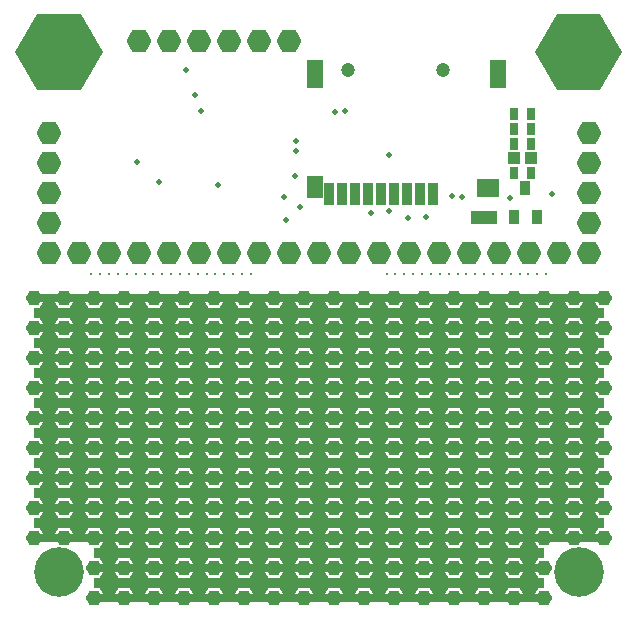
<source format=gbs>
%FSLAX46Y46*%
%MOMM*%
%AMPS14*
4,1,6,
0.706235,0.000000,
0.360854,0.625000,
-0.360854,0.625000,
-0.706235,0.000000,
-0.360854,-0.625000,
0.360854,-0.625000,
0.706235,0.000000,
0
*
%
%ADD14PS14*%
%AMPS10*
4,1,10,
0.706235,0.000000,
0.360854,0.625000,
-0.360854,0.625000,
-0.507952,0.370000,
-2.057355,0.370000,
-1.849238,0.000000,
-2.057355,-0.370000,
-0.507952,-0.370000,
-0.360854,-0.625000,
0.360854,-0.625000,
0.706235,0.000000,
0
*
%
%ADD10PS10*%
%AMPS16*
4,1,6,
0.706235,0.000000,
0.360854,0.625000,
-0.360854,0.625000,
-0.706235,0.000000,
-0.360854,-0.625000,
0.360854,-0.625000,
0.706235,0.000000,
0
*
%
%ADD16PS16*%
%AMPS24*
21,1,0.900000,1.800000,0.000000,0.000000,180.000000*
%
%ADD24PS24*%
%AMPS20*
21,1,1.000000,0.950000,0.000000,0.000000,180.000000*
%
%ADD20PS20*%
%AMPS17*
21,1,0.700000,1.100000,0.000000,0.000000,360.000000*
%
%ADD17PS17*%
%AMPS25*
21,1,1.400000,2.400000,0.000000,0.000000,180.000000*
%
%ADD25PS25*%
%AMPS28*
21,1,1.800000,1.600000,0.000000,0.000000,180.000000*
%
%ADD28PS28*%
%AMPS27*
21,1,1.400000,1.800000,0.000000,0.000000,180.000000*
%
%ADD27PS27*%
%AMPS18*
21,1,0.900000,1.200000,0.000000,0.000000,180.000000*
%
%ADD18PS18*%
%AMPS29*
1,1,0.700000,0.000000,0.000000*
%
%ADD29PS29*%
%AMPS30*
1,1,0.500000,0.000000,0.000000*
%
%ADD30PS30*%
%AMPS22*
4,1,5,
0.441420,0.000000,
0.991420,-0.550000,
-0.400000,-0.550000,
-0.400000,0.550000,
0.991420,0.550000,
0.441420,0.000000,
0
*
%
%ADD22PS22*%
%AMPS15*
1,1,4.200000,0.000000,0.000000*
%
%ADD15PS15*%
%AMPS11*
1,1,0.300000,0.000000,0.000000*
%
%ADD11PS11*%
%AMPS26*
1,1,1.200000,0.000000,0.000000*
%
%ADD26PS26*%
%AMPS12*
4,1,12,
1.270000,-0.450000,
1.270000,0.450000,
0.779280,0.450000,
0.519630,0.900000,
-0.519630,0.900000,
-0.779280,0.450000,
-1.270000,0.450000,
-1.270000,-0.450000,
-0.779280,-0.450000,
-0.519630,-0.900000,
0.519630,-0.900000,
0.779280,-0.450000,
1.270000,-0.450000,
0
*
%
%ADD12PS12*%
%AMPS31*
1,1,0.500000,0.000000,0.000000*
%
%ADD31PS31*%
%AMPS13*
4,1,10,
0.706235,0.000000,
0.360854,0.625000,
-0.360854,0.625000,
-0.507952,0.370000,
-2.057355,0.370000,
-1.849238,0.000000,
-2.057355,-0.370000,
-0.507952,-0.370000,
-0.360854,-0.625000,
0.360854,-0.625000,
0.706235,0.000000,
0
*
%
%ADD13PS13*%
%AMPS21*
4,1,5,
-0.891420,0.000000,
-0.341420,0.550000,
0.400000,0.550000,
0.400000,-0.550000,
-0.341420,-0.550000,
-0.891420,0.000000,
0
*
%
%ADD21PS21*%
%AMPS19*
4,1,6,
1.081524,0.000000,
0.548498,0.950000,
-0.548498,0.950000,
-1.081524,0.000000,
-0.548498,-0.950000,
0.548498,-0.950000,
1.081524,0.000000,
0
*
%
%ADD19PS19*%
%AMPS23*
4,1,6,
-1.081524,0.000000,
-0.548498,-0.950000,
0.548498,-0.950000,
1.081524,0.000000,
0.548498,0.950000,
-0.548498,0.950000,
-1.081524,0.000000,
0
*
%
%ADD23PS23*%
G01*
%LPD*%
G36*
X23850003Y13795800D02*
X25700003Y17000000D01*
X23850003Y20204200D01*
X20150004Y20204200D01*
X18300004Y17000000D01*
X20150004Y13795800D01*
X23850003Y13795800D01*
D02*
G37*
%LPD*%
G36*
X-20149997Y13795800D02*
X-18299997Y17000000D01*
X-20149997Y20204200D01*
X-23849996Y20204200D01*
X-25699996Y17000000D01*
X-23849996Y13795800D01*
X-20149997Y13795800D01*
D02*
G37*
%LPD*%
G36*
X12900000Y2450000D02*
X15100000Y2450000D01*
X15100000Y3550000D01*
X12900000Y3550000D01*
X12900000Y2450000D01*
D02*
G37*
G01*
%LPD*%
G75*
D10*
X-16510000Y-8890000D03*
D11*
X5750000Y-1750000D03*
D10*
X21590000Y-19050000D03*
D12*
X17780000Y-17780000D03*
D10*
X19050000Y-26670000D03*
D10*
X-11430000Y-3810000D03*
D12*
X22860000Y-5080000D03*
D12*
X12700000Y-17780000D03*
D12*
X-15240000Y-12700000D03*
D12*
X-7620000Y-12700000D03*
D12*
X12700000Y-20320000D03*
D13*
X11430000Y-29210000D03*
D10*
X11430000Y-13970000D03*
D12*
X7620000Y-27940000D03*
D13*
X-13970000Y-29210000D03*
D11*
X-16250000Y-1750000D03*
D10*
X3810000Y-8890000D03*
D10*
X-3810000Y-13970000D03*
D12*
X-17780000Y-5080000D03*
D13*
X-3810000Y-29210000D03*
D14*
X-24130000Y-6350000D03*
D11*
X-5750000Y-1750000D03*
D12*
X10160000Y-7620000D03*
D10*
X-3810000Y-11430000D03*
D10*
X-8890000Y-21590000D03*
D10*
X13970000Y-16510000D03*
D12*
X7620000Y-15240000D03*
D10*
X16510000Y-8890000D03*
D10*
X-1270000Y-21590000D03*
D11*
X6500000Y-1750000D03*
D10*
X21590000Y-8890000D03*
D10*
X19050000Y-16510000D03*
D10*
X-8890000Y-13970000D03*
D13*
X21590000Y-24130000D03*
D15*
X-22000000Y-27000000D03*
D11*
X13250000Y-1750000D03*
D12*
X-10160000Y-20320000D03*
D10*
X8890000Y-13970000D03*
D12*
X-20320000Y-12700000D03*
D12*
X12700000Y-25400000D03*
D10*
X-16510000Y-19050000D03*
D12*
X-12700000Y-12700000D03*
D12*
X22860000Y-10160000D03*
D10*
X-3810000Y-8890000D03*
D10*
X19050000Y-11430000D03*
D10*
X-11430000Y-24130000D03*
D12*
X12700000Y-27940000D03*
D10*
X13970000Y-26670000D03*
D10*
X-6350000Y-16510000D03*
D12*
X10160000Y-10160000D03*
D10*
X-13970000Y-13970000D03*
D10*
X-8890000Y-24130000D03*
D10*
X-1270000Y-26670000D03*
D12*
X20320000Y-10160000D03*
D11*
X14750000Y-1750000D03*
D12*
X20320000Y-17780000D03*
D10*
X6350000Y-6350000D03*
D12*
X22860000Y-22860000D03*
D10*
X24130000Y-8890000D03*
D12*
X-10160000Y-5080000D03*
D10*
X24130000Y-16510000D03*
D10*
X19050000Y-21590000D03*
D10*
X3810000Y-19050000D03*
D11*
X-14000000Y-1750000D03*
D12*
X0Y-25400000D03*
D12*
X5080000Y-7620000D03*
D12*
X-17780000Y-12700000D03*
D10*
X8890000Y-21590000D03*
D10*
X-3810000Y-3810000D03*
D12*
X-22860000Y-10160000D03*
D10*
X-16510000Y-6350000D03*
D10*
X-6350000Y-19050000D03*
D10*
X-13970000Y-24130000D03*
D10*
X-8890000Y-19050000D03*
D10*
X3810000Y-16510000D03*
D12*
X-20320000Y-15240000D03*
D12*
X10160000Y-12700000D03*
D13*
X-1270000Y-29210000D03*
D10*
X1270000Y-8890000D03*
D13*
X6350000Y-29210000D03*
D11*
X-8750000Y-1750000D03*
D12*
X-5080000Y-5080000D03*
D10*
X-6350000Y-21590000D03*
D12*
X17780000Y-12700000D03*
D12*
X-15240000Y-15240000D03*
D12*
X7620000Y-5080000D03*
D11*
X-11750000Y-1750000D03*
D12*
X-12700000Y-10160000D03*
D10*
X-1270000Y-3810000D03*
D10*
X-8890000Y-8890000D03*
D12*
X10160000Y-22860000D03*
D12*
X2540000Y-22860000D03*
D12*
X-12700000Y-22860000D03*
D11*
X-8000000Y-1750000D03*
D12*
X-20320000Y-10160000D03*
D10*
X-13970000Y-8890000D03*
D10*
X-21590000Y-6350000D03*
D12*
X20320000Y-20320000D03*
D12*
X-5080000Y-7620000D03*
D12*
X17780000Y-7620000D03*
D13*
X-8890000Y-29210000D03*
D12*
X-2540000Y-20320000D03*
D12*
X-7620000Y-22860000D03*
D12*
X22860000Y-17780000D03*
D12*
X-5080000Y-20320000D03*
D10*
X-11430000Y-6350000D03*
D10*
X-3810000Y-19050000D03*
D14*
X-24130000Y-8890000D03*
D12*
X5080000Y-20320000D03*
D12*
X5080000Y-27940000D03*
D12*
X20320000Y-22860000D03*
D12*
X-10160000Y-10160000D03*
D10*
X16510000Y-21590000D03*
D12*
X17780000Y-5080000D03*
D12*
X20320000Y-12700000D03*
D10*
X-6350000Y-8890000D03*
D12*
X2540000Y-12700000D03*
D12*
X-12700000Y-15240000D03*
D12*
X-17780000Y-17780000D03*
D10*
X13970000Y-3810000D03*
D11*
X-9500000Y-1750000D03*
D11*
X19250000Y-1750000D03*
D12*
X-12700000Y-5080000D03*
D10*
X3810000Y-26670000D03*
D11*
X-17750000Y-1750000D03*
D10*
X-8890000Y-26670000D03*
D12*
X-15240000Y-27940000D03*
D10*
X-11430000Y-26670000D03*
D12*
X-7620000Y-27940000D03*
D10*
X6350000Y-3810000D03*
D12*
X5080000Y-17780000D03*
D10*
X-3810000Y-6350000D03*
D10*
X13970000Y-24130000D03*
D10*
X-19050000Y-3810000D03*
D12*
X-22860000Y-12700000D03*
D11*
X8750000Y-1750000D03*
D12*
X-5080000Y-25400000D03*
D12*
X-17780000Y-7620000D03*
D12*
X-20320000Y-5080000D03*
D10*
X-16510000Y-21590000D03*
D12*
X-15240000Y-25400000D03*
D10*
X24130000Y-21590000D03*
D10*
X8890000Y-6350000D03*
D10*
X-6350000Y-6350000D03*
D10*
X8890000Y-26670000D03*
D12*
X-15240000Y-20320000D03*
D12*
X-20320000Y-22860000D03*
D10*
X6350000Y-13970000D03*
D10*
X-1270000Y-8890000D03*
D12*
X7620000Y-22860000D03*
D12*
X-22860000Y-5080000D03*
D10*
X-13970000Y-11430000D03*
D12*
X-2540000Y-5080000D03*
D12*
X15240000Y-7620000D03*
D12*
X-2540000Y-25400000D03*
D12*
X-10160000Y-25400000D03*
D12*
X-17780000Y-25400000D03*
D13*
X3810000Y-29210000D03*
D12*
X0Y-5080000D03*
D10*
X13970000Y-11430000D03*
D11*
X8000000Y-1750000D03*
D12*
X15240000Y-27940000D03*
D12*
X12700000Y-5080000D03*
D12*
X-7620000Y-10160000D03*
D10*
X11430000Y-3810000D03*
D10*
X-6350000Y-11430000D03*
D10*
X3810000Y-6350000D03*
D13*
X24130000Y-24130000D03*
D10*
X-3810000Y-26670000D03*
D12*
X17780000Y-27940000D03*
D12*
X2540000Y-27940000D03*
D13*
X19050000Y-29210000D03*
D11*
X11000000Y-1750000D03*
D10*
X-6350000Y-3810000D03*
D10*
X-11430000Y-8890000D03*
D10*
X21590000Y-11430000D03*
D10*
X-21590000Y-11430000D03*
D10*
X11430000Y-6350000D03*
D11*
X16250000Y-1750000D03*
D12*
X-10160000Y-27940000D03*
D10*
X16510000Y-16510000D03*
D12*
X7620000Y-7620000D03*
D10*
X1270000Y-16510000D03*
D10*
X-3810000Y-16510000D03*
D10*
X-6350000Y-26670000D03*
D12*
X-7620000Y-17780000D03*
D11*
X17000000Y-1750000D03*
D12*
X-15240000Y-7620000D03*
D10*
X1270000Y-11430000D03*
D12*
X-5080000Y-22860000D03*
D14*
X-24130000Y-3810000D03*
D12*
X-10160000Y-15240000D03*
D12*
X17780000Y-20320000D03*
D12*
X15240000Y-25400000D03*
D12*
X10160000Y-27940000D03*
D10*
X16510000Y-26670000D03*
D10*
X-8890000Y-3810000D03*
D10*
X21590000Y-16510000D03*
D12*
X12700000Y-10160000D03*
D10*
X-13970000Y-21590000D03*
D12*
X22860000Y-20320000D03*
D11*
X-18500000Y-1750000D03*
D10*
X1270000Y-26670000D03*
D10*
X-8890000Y-16510000D03*
D10*
X-1270000Y-6350000D03*
D12*
X7620000Y-17780000D03*
D12*
X10160000Y-17780000D03*
D13*
X-6350000Y-29210000D03*
D14*
X-24130000Y-21590000D03*
D10*
X16510000Y-3810000D03*
D12*
X0Y-12700000D03*
D10*
X19050000Y-13970000D03*
D10*
X-13970000Y-3810000D03*
D12*
X-7620000Y-5080000D03*
D12*
X-10160000Y-7620000D03*
D10*
X24130000Y-19050000D03*
D10*
X-11430000Y-16510000D03*
D14*
X-24130000Y-11430000D03*
D12*
X-17780000Y-10160000D03*
D11*
X-11000000Y-1750000D03*
D12*
X-15240000Y-22860000D03*
D10*
X8890000Y-16510000D03*
D12*
X-10160000Y-12700000D03*
D10*
X13970000Y-6350000D03*
D10*
X-1270000Y-13970000D03*
D10*
X-16510000Y-11430000D03*
D12*
X15240000Y-15240000D03*
D12*
X-2540000Y-22860000D03*
D10*
X-19050000Y-13970000D03*
D10*
X1270000Y-6350000D03*
D12*
X12700000Y-22860000D03*
D11*
X18500000Y-1750000D03*
D12*
X20320000Y-5080000D03*
D11*
X14000000Y-1750000D03*
D10*
X6350000Y-24130000D03*
D10*
X-19050000Y-21590000D03*
D12*
X22860000Y-7620000D03*
D11*
X-13250000Y-1750000D03*
D12*
X15240000Y-20320000D03*
D10*
X-21590000Y-13970000D03*
D11*
X-14750000Y-1750000D03*
D12*
X10160000Y-15240000D03*
D15*
X22000000Y17000000D03*
D12*
X0Y-17780000D03*
D10*
X-16510000Y-16510000D03*
D12*
X-15240000Y-10160000D03*
D12*
X5080000Y-15240000D03*
D10*
X6350000Y-8890000D03*
D12*
X2540000Y-17780000D03*
D10*
X-1270000Y-24130000D03*
D10*
X-11430000Y-21590000D03*
D11*
X-19250000Y-1750000D03*
D10*
X1270000Y-3810000D03*
D10*
X11430000Y-11430000D03*
D11*
X10250000Y-1750000D03*
D10*
X16510000Y-24130000D03*
D12*
X-22860000Y-7620000D03*
D12*
X0Y-22860000D03*
D10*
X-16510000Y-3810000D03*
D10*
X8890000Y-3810000D03*
D10*
X21590000Y-6350000D03*
D10*
X-11430000Y-19050000D03*
D12*
X5080000Y-12700000D03*
D12*
X17780000Y-15240000D03*
D10*
X-13970000Y-16510000D03*
D12*
X0Y-20320000D03*
D12*
X2540000Y-15240000D03*
D10*
X6350000Y-19050000D03*
D12*
X-2540000Y-27940000D03*
D12*
X-2540000Y-12700000D03*
D10*
X3810000Y-13970000D03*
D10*
X-13970000Y-6350000D03*
D10*
X16510000Y-19050000D03*
D12*
X22860000Y-15240000D03*
D12*
X-7620000Y-15240000D03*
D10*
X8890000Y-19050000D03*
D12*
X2540000Y-10160000D03*
D10*
X-21590000Y-19050000D03*
D12*
X-12700000Y-7620000D03*
D10*
X-21590000Y-3810000D03*
D10*
X-6350000Y-13970000D03*
D12*
X5080000Y-22860000D03*
D12*
X-10160000Y-17780000D03*
D10*
X19050000Y-19050000D03*
D13*
X-11430000Y-29210000D03*
D10*
X19050000Y-24130000D03*
D11*
X-15500000Y-1750000D03*
D11*
X7250000Y-1750000D03*
D10*
X13970000Y-21590000D03*
D12*
X2540000Y-7620000D03*
D10*
X-16510000Y-24130000D03*
D12*
X10160000Y-25400000D03*
D10*
X-13970000Y-26670000D03*
D15*
X-22000000Y17000000D03*
D10*
X-21590000Y-8890000D03*
D10*
X21590000Y-3810000D03*
D10*
X-1270000Y-16510000D03*
D13*
X-21590000Y-24130000D03*
D12*
X0Y-10160000D03*
D10*
X3810000Y-11430000D03*
D10*
X-3810000Y-24130000D03*
D12*
X-2540000Y-10160000D03*
D13*
X-16510000Y-29210000D03*
D12*
X15240000Y-22860000D03*
D12*
X-12700000Y-25400000D03*
D12*
X-7620000Y-20320000D03*
D12*
X-17780000Y-27940000D03*
D12*
X-7620000Y-25400000D03*
D10*
X11430000Y-16510000D03*
D10*
X-19050000Y-19050000D03*
D10*
X1270000Y-24130000D03*
D10*
X21590000Y-13970000D03*
D12*
X-5080000Y-15240000D03*
D10*
X6350000Y-11430000D03*
D11*
X11750000Y-1750000D03*
D10*
X6350000Y-21590000D03*
D12*
X-2540000Y-15240000D03*
D10*
X-1270000Y-19050000D03*
D12*
X-20320000Y-20320000D03*
D10*
X6350000Y-26670000D03*
D10*
X13970000Y-13970000D03*
D10*
X24130000Y-11430000D03*
D10*
X-19050000Y-6350000D03*
D12*
X15240000Y-10160000D03*
D10*
X-11430000Y-11430000D03*
D10*
X8890000Y-11430000D03*
D10*
X-8890000Y-6350000D03*
D10*
X6350000Y-16510000D03*
D12*
X2540000Y-5080000D03*
D12*
X-12700000Y-17780000D03*
D10*
X-8890000Y-11430000D03*
D11*
X-10250000Y-1750000D03*
D14*
X-19050000Y-26670000D03*
D10*
X-19050000Y-24130000D03*
D11*
X17750000Y-1750000D03*
D10*
X-21590000Y-16510000D03*
D10*
X-13970000Y-19050000D03*
D10*
X1270000Y-19050000D03*
D10*
X-6350000Y-24130000D03*
D12*
X-20320000Y-7620000D03*
D10*
X11430000Y-24130000D03*
D10*
X-19050000Y-8890000D03*
D10*
X13970000Y-8890000D03*
D12*
X12700000Y-12700000D03*
D10*
X-19050000Y-16510000D03*
D14*
X-24130000Y-13970000D03*
D12*
X-5080000Y-10160000D03*
D12*
X7620000Y-20320000D03*
D12*
X5080000Y-10160000D03*
D12*
X-17780000Y-20320000D03*
D12*
X20320000Y-15240000D03*
D12*
X-7620000Y-7620000D03*
D12*
X17780000Y-10160000D03*
D12*
X12700000Y-7620000D03*
D11*
X12500000Y-1750000D03*
D10*
X19050000Y-3810000D03*
D12*
X-5080000Y-12700000D03*
D12*
X-12700000Y-27940000D03*
D10*
X24130000Y-3810000D03*
D10*
X19050000Y-6350000D03*
D10*
X11430000Y-19050000D03*
D12*
X-15240000Y-5080000D03*
D12*
X7620000Y-25400000D03*
D12*
X-17780000Y-15240000D03*
D12*
X5080000Y-5080000D03*
D12*
X22860000Y-12700000D03*
D14*
X-24130000Y-19050000D03*
D10*
X1270000Y-21590000D03*
D12*
X-12700000Y-20320000D03*
D10*
X-1270000Y-11430000D03*
D10*
X-21590000Y-21590000D03*
D12*
X17780000Y-25400000D03*
D12*
X7620000Y-12700000D03*
D12*
X-2540000Y-17780000D03*
D12*
X0Y-7620000D03*
D12*
X-22860000Y-15240000D03*
D10*
X24130000Y-13970000D03*
D10*
X11430000Y-8890000D03*
D12*
X0Y-15240000D03*
D10*
X1270000Y-13970000D03*
D12*
X15240000Y-5080000D03*
D10*
X16510000Y-6350000D03*
D10*
X11430000Y-26670000D03*
D10*
X24130000Y-6350000D03*
D12*
X-22860000Y-22860000D03*
D12*
X-10160000Y-22860000D03*
D10*
X3810000Y-3810000D03*
D10*
X-16510000Y-13970000D03*
D11*
X-6500000Y-1750000D03*
D10*
X13970000Y-19050000D03*
D10*
X21590000Y-21590000D03*
D11*
X-17000000Y-1750000D03*
D10*
X-3810000Y-21590000D03*
D12*
X2540000Y-20320000D03*
D12*
X5080000Y-25400000D03*
D10*
X16510000Y-13970000D03*
D10*
X8890000Y-24130000D03*
D12*
X10160000Y-5080000D03*
D11*
X9500000Y-1750000D03*
D16*
X-24130000Y-24130000D03*
D12*
X-20320000Y-17780000D03*
D12*
X-15240000Y-17780000D03*
D12*
X-5080000Y-27940000D03*
D12*
X17780000Y-22860000D03*
D12*
X-5080000Y-17780000D03*
D12*
X7620000Y-10160000D03*
D13*
X13970000Y-29210000D03*
D10*
X-16510000Y-26670000D03*
D12*
X20320000Y-7620000D03*
D13*
X1270000Y-29210000D03*
D10*
X-11430000Y-13970000D03*
D12*
X-22860000Y-20320000D03*
D12*
X15240000Y-17780000D03*
D12*
X-2540000Y-7620000D03*
D11*
X-7250000Y-1750000D03*
D12*
X12700000Y-15240000D03*
D10*
X3810000Y-24130000D03*
D10*
X16510000Y-11430000D03*
D10*
X-19050000Y-11430000D03*
D11*
X15500000Y-1750000D03*
D14*
X-24130000Y-16510000D03*
D10*
X3810000Y-21590000D03*
D12*
X-22860000Y-17780000D03*
D12*
X0Y-27940000D03*
D10*
X19050000Y-8890000D03*
D10*
X8890000Y-8890000D03*
D13*
X16510000Y-29210000D03*
D13*
X8890000Y-29210000D03*
D12*
X10160000Y-20320000D03*
D12*
X15240000Y-12700000D03*
D11*
X-12500000Y-1750000D03*
D12*
X-17780000Y-22860000D03*
D15*
X22000000Y-27000000D03*
D12*
X2540000Y-25400000D03*
D16*
X-19050000Y-29210000D03*
D10*
X11430000Y-21590000D03*
D17*
X18000000Y6750000D03*
D17*
X16500000Y6750000D03*
D18*
X17500000Y5450000D03*
D18*
X18450000Y3050000D03*
D18*
X16550000Y3050000D03*
D19*
X22860000Y2540000D03*
D19*
X22860000Y10160000D03*
D19*
X22860000Y7620000D03*
D19*
X22860000Y5080000D03*
D17*
X18000000Y11750000D03*
D17*
X16500000Y11750000D03*
D19*
X-22860000Y2540000D03*
D19*
X-22860000Y10160000D03*
D19*
X-22860000Y7620000D03*
D19*
X-22860000Y5080000D03*
D20*
X18000000Y8000000D03*
D20*
X16500000Y8000000D03*
D19*
X-10170000Y17970000D03*
D19*
X-2550000Y17970000D03*
D19*
X-5090000Y17970000D03*
D19*
X-12710000Y17970000D03*
D19*
X-7630000Y17970000D03*
D19*
X-15250000Y17970000D03*
D21*
X14700000Y3000000D03*
D22*
X13300000Y3000000D03*
D17*
X18000000Y10500000D03*
D17*
X16500000Y10500000D03*
D23*
X-15240000Y0D03*
D23*
X-7620000Y0D03*
D23*
X20320000Y0D03*
D23*
X0Y0D03*
D23*
X5080000Y0D03*
D23*
X17780000Y0D03*
D23*
X-22860000Y0D03*
D23*
X-20320000Y0D03*
D23*
X-12700000Y0D03*
D23*
X10160000Y0D03*
D23*
X-2540000Y0D03*
D23*
X22860000Y0D03*
D23*
X7620000Y0D03*
D23*
X-5080000Y0D03*
D23*
X2540000Y0D03*
D23*
X15240000Y0D03*
D23*
X12700000Y0D03*
D23*
X-17780000Y0D03*
D23*
X-10160000Y0D03*
D24*
X4200000Y5000000D03*
D25*
X-300000Y15099998D03*
D24*
X7500000Y5000000D03*
D25*
X15200000Y15099998D03*
D24*
X8600000Y5000000D03*
D26*
X10500004Y15499998D03*
D24*
X900000Y5000000D03*
D24*
X5300000Y5000000D03*
D27*
X-300000Y5600000D03*
D26*
X2500000Y15500000D03*
D24*
X2000000Y5000000D03*
D24*
X6400000Y5000000D03*
D24*
X9700000Y5000000D03*
D28*
X14300004Y5499998D03*
D24*
X3100000Y5000000D03*
D17*
X18000000Y9250000D03*
D17*
X16500000Y9250000D03*
D29*
X19488424Y16327714D03*
D29*
X-24511576Y16327714D03*
D30*
X5949990Y8250109D03*
D29*
X23838299Y15161347D03*
D30*
X-2750000Y2750000D03*
D29*
X21326750Y14488680D03*
D29*
X-19488550Y17672768D03*
D30*
X-8500000Y5750000D03*
D30*
X-10500000Y13400000D03*
D30*
X-13500000Y6000000D03*
D30*
X12130574Y4756976D03*
D29*
X-23838828Y15161877D03*
D31*
X-1621500Y3850021D03*
D30*
X5934372Y3565628D03*
D30*
X1363367Y11965163D03*
D29*
X-24511254Y17673491D03*
D30*
X-9958223Y12011202D03*
D29*
X-20161701Y15161347D03*
D29*
X20161172Y15161877D03*
D30*
X7584620Y2915380D03*
D29*
X-23837946Y18839004D03*
D29*
X23838829Y18838123D03*
D30*
X9068205Y3012555D03*
D31*
X-2000000Y6500000D03*
D29*
X-22673250Y14488680D03*
D29*
X22673491Y19511254D03*
D29*
X-22672286Y19511576D03*
D31*
X-1900010Y8590755D03*
D29*
X22672768Y14488550D03*
D29*
X-20161171Y18838123D03*
D31*
X-1900010Y9500000D03*
D30*
X4425000Y3405760D03*
D29*
X21327714Y19511576D03*
D30*
X-11250000Y15500000D03*
D30*
X2250000Y12000000D03*
D29*
X-21326509Y19511254D03*
D29*
X19488746Y17673491D03*
D30*
X16183344Y4655531D03*
D31*
X-2937503Y4702611D03*
D29*
X24511450Y17672768D03*
D30*
X11285775Y4850975D03*
D30*
X-15400000Y7650000D03*
D29*
X20162054Y18839004D03*
D29*
X24511320Y16326750D03*
D30*
X19750000Y5000000D03*
D29*
X-19488680Y16326750D03*
D29*
X-21327232Y14488550D03*
M02*

</source>
